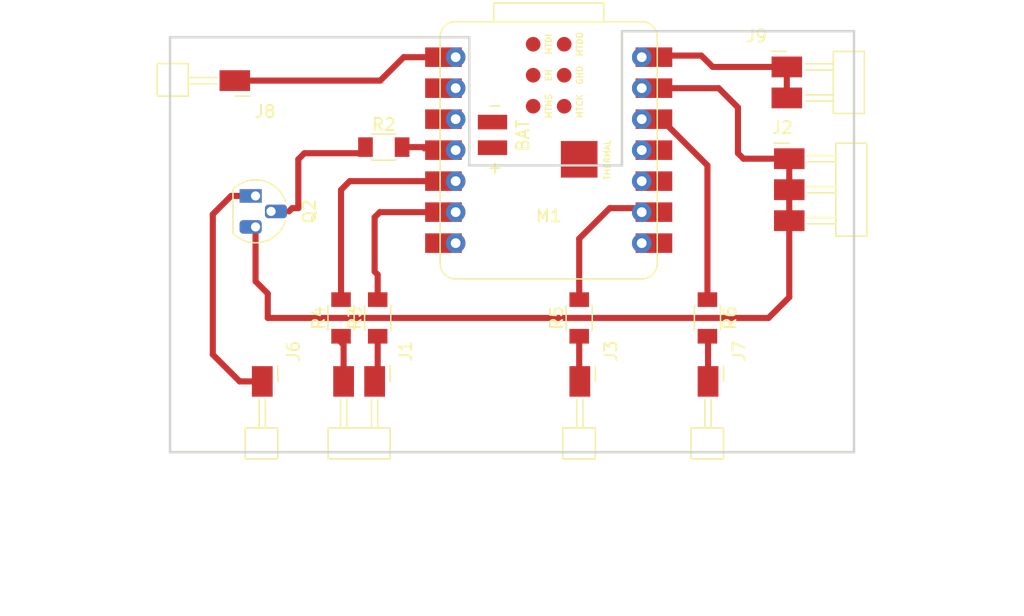
<source format=kicad_pcb>
(kicad_pcb (version 20241229) (generator "pcbnew") (generator_version "9.0")
  (layers (0 "F.Cu" signal) (2 "B.Cu" signal) (13 "F.Paste" user) (15 "B.Paste" user) (5 "F.SilkS" user "F.Silkscreen") (7 "B.SilkS" user "B.Silkscreen") (1 "F.Mask" user) (3 "B.Mask" user) (25 "Edge.Cuts" user))
  (net 0 "")
  (net 1 "Net-(J1-Pin_1)")
  (net 2 "Net-(J3-Pin_1)")
  (net 3 "Net-(J1-Pin_2)")
  (net 5 "Net-(J7-Pin_1)")
  (net 8 "PWR_GND")
  (net 15 "Net-(J6-Pin_1)")
  (net 16 "Net-(J8-Pin_1)")
  (net 18 "Net-(M1-D3)")
  (net 21 "Net-(Q2-B)")
  (net 22 "Net-(J9-Pin_1)")
  (net 26 "Net-(M1-3V3)")
  (net 27 "Net-(M1-D8)")
  (net 28 "Net-(M1-D4)")
  (net 29 "Net-(M1-D5)")
  (footprint "fab:PinHeader_01x01_P2.54mm_Horizontal_SMD" (layer "F.Cu") (at 147.55 78.7 -90)
    (property "Reference" "J7" (at -1.524 -2.54 90) (layer "F.SilkS") (effects (justify left)))
    (property "Value" "PinHeader_01x01_P2.54mm_Horizontal_SMD")
    (fp_line (start 3.81 1.397) (end 3.81 -1.27) (stroke (width 0.12)) (layer "F.SilkS"))
    (fp_line (start 6.35 1.397) (end 3.81 1.397) (stroke (width 0.12)) (layer "F.SilkS"))
    (fp_line (start 3.81 0.254) (end 1.5 0.254) (stroke (width 0.12)) (layer "F.SilkS"))
    (fp_line (start 3.81 -0.254) (end 1.5 -0.254) (stroke (width 0.12)) (layer "F.SilkS"))
    (fp_line (start -1.27 -1.27) (end 0 -1.27) (stroke (width 0.12)) (layer "F.SilkS"))
    (fp_line (start 3.81 -1.27) (end 6.35 -1.27) (stroke (width 0.12)) (layer "F.SilkS"))
    (fp_line (start 6.35 -1.27) (end 6.35 1.397) (stroke (width 0.12)) (layer "F.SilkS"))
    (pad "1" smd rect (at 0 0 270) (size 2.5 1.7) (layers "F.Cu" "F.Mask" "F.Paste") (net 5 "Net-(J7-Pin_1)"))
  )
  (footprint "fab:PinHeader_01x01_P2.54mm_Horizontal_SMD" (layer "F.Cu") (at 111.05 78.7 -90)
    (property "Reference" "J6" (at -1.524 -2.54 90) (layer "F.SilkS") (effects (justify left)))
    (property "Value" "PinHeader_01x01_P2.54mm_Horizontal_SMD")
    (fp_line (start 3.81 1.397) (end 3.81 -1.27) (stroke (width 0.12)) (layer "F.SilkS"))
    (fp_line (start 6.35 1.397) (end 3.81 1.397) (stroke (width 0.12)) (layer "F.SilkS"))
    (fp_line (start 3.81 0.254) (end 1.5 0.254) (stroke (width 0.12)) (layer "F.SilkS"))
    (fp_line (start 3.81 -0.254) (end 1.5 -0.254) (stroke (width 0.12)) (layer "F.SilkS"))
    (fp_line (start -1.27 -1.27) (end 0 -1.27) (stroke (width 0.12)) (layer "F.SilkS"))
    (fp_line (start 3.81 -1.27) (end 6.35 -1.27) (stroke (width 0.12)) (layer "F.SilkS"))
    (fp_line (start 6.35 -1.27) (end 6.35 1.397) (stroke (width 0.12)) (layer "F.SilkS"))
    (pad "1" smd rect (at 0 0 270) (size 2.5 1.7) (layers "F.Cu" "F.Mask" "F.Paste") (net 15 "Net-(J6-Pin_1)"))
  )
  (footprint "fab:PinHeader_01x01_P2.54mm_Horizontal_SMD" (layer "F.Cu") (at 137.05 78.7 -90)
    (property "Reference" "J3" (at -1.524 -2.54 90) (layer "F.SilkS") (effects (justify left)))
    (property "Value" "PinHeader_01x01_P2.54mm_Horizontal_SMD")
    (fp_line (start 3.81 1.397) (end 3.81 -1.27) (stroke (width 0.12)) (layer "F.SilkS"))
    (fp_line (start 6.35 1.397) (end 3.81 1.397) (stroke (width 0.12)) (layer "F.SilkS"))
    (fp_line (start 3.81 0.254) (end 1.5 0.254) (stroke (width 0.12)) (layer "F.SilkS"))
    (fp_line (start 3.81 -0.254) (end 1.5 -0.254) (stroke (width 0.12)) (layer "F.SilkS"))
    (fp_line (start -1.27 -1.27) (end 0 -1.27) (stroke (width 0.12)) (layer "F.SilkS"))
    (fp_line (start 3.81 -1.27) (end 6.35 -1.27) (stroke (width 0.12)) (layer "F.SilkS"))
    (fp_line (start 6.35 -1.27) (end 6.35 1.397) (stroke (width 0.12)) (layer "F.SilkS"))
    (pad "1" smd rect (at 0 0 270) (size 2.5 1.7) (layers "F.Cu" "F.Mask" "F.Paste") (net 2 "Net-(J3-Pin_1)"))
  )
  (footprint "fab:PinHeader_01x01_P2.54mm_Horizontal_SMD" (layer "F.Cu") (at 108.8 54.05 180)
    (property "Reference" "J8" (at -1.524 -2.54 0) (layer "F.SilkS") (effects (justify left)))
    (property "Value" "PinHeader_01x01_P2.54mm_Horizontal_SMD")
    (fp_line (start 6.35 1.397) (end 3.81 1.397) (stroke (width 0.12)) (layer "F.SilkS"))
    (fp_line (start 6.35 -1.27) (end 6.35 1.397) (stroke (width 0.12)) (layer "F.SilkS"))
    (fp_line (start 3.81 1.397) (end 3.81 -1.27) (stroke (width 0.12)) (layer "F.SilkS"))
    (fp_line (start 3.81 0.254) (end 1.5 0.254) (stroke (width 0.12)) (layer "F.SilkS"))
    (fp_line (start 3.81 -0.254) (end 1.5 -0.254) (stroke (width 0.12)) (layer "F.SilkS"))
    (fp_line (start 3.81 -1.27) (end 6.35 -1.27) (stroke (width 0.12)) (layer "F.SilkS"))
    (fp_line (start -1.27 -1.27) (end 0 -1.27) (stroke (width 0.12)) (layer "F.SilkS"))
    (pad "1" smd rect (at 0 0 180) (size 2.5 1.7) (layers "F.Cu" "F.Mask" "F.Paste") (net 16 "Net-(J8-Pin_1)"))
  )
  (footprint "fab:R_1206" (layer "F.Cu") (at 147.5 73.5 -90)
    (property "Reference" "R6" (at 0 -1.85 90) (layer "F.SilkS"))
    (property "Value" "0")
    (fp_line (start 1 1.07) (end -1 1.07) (stroke (width 0.12)) (layer "F.SilkS"))
    (fp_line (start -1 -1.07) (end 1 -1.07) (stroke (width 0.12)) (layer "F.SilkS"))
    (pad "1" smd rect (at -1.5 0 270) (size 1.2 1.6) (layers "F.Cu" "F.Mask" "F.Paste") (net 26 "Net-(M1-3V3)"))
    (pad "2" smd rect (at 1.5 0 270) (size 1.2 1.6) (layers "F.Cu" "F.Mask" "F.Paste") (net 5 "Net-(J7-Pin_1)"))
  )
  (footprint "fab:PinHeader_01x03_P2.54mm_Horizontal_SMD" (layer "F.Cu") (at 154.2 60.45)
    (property "Reference" "J2" (at -1.524 -2.54 180) (layer "F.SilkS") (effects (justify left)))
    (property "Value" "PinHeader_01x03_P2.54mm_Horizontal_SMD")
    (fp_line (start -1.27 -1.27) (end 0 -1.27) (stroke (width 0.12)) (layer "F.SilkS"))
    (fp_line (start 3.81 -1.27) (end 6.35 -1.27) (stroke (width 0.12)) (layer "F.SilkS"))
    (fp_line (start 3.81 -0.254) (end 1.5 -0.254) (stroke (width 0.12)) (layer "F.SilkS"))
    (fp_line (start 3.81 0.254) (end 1.5 0.254) (stroke (width 0.12)) (layer "F.SilkS"))
    (fp_line (start 3.81 2.286) (end 1.5 2.286) (stroke (width 0.12)) (layer "F.SilkS"))
    (fp_line (start 3.81 2.794) (end 1.5 2.794) (stroke (width 0.12)) (layer "F.SilkS"))
    (fp_line (start 3.81 4.826) (end 1.5 4.826) (stroke (width 0.12)) (layer "F.SilkS"))
    (fp_line (start 3.81 5.334) (end 1.5 5.334) (stroke (width 0.12)) (layer "F.SilkS"))
    (fp_line (start 3.81 6.35) (end 3.81 -1.27) (stroke (width 0.12)) (layer "F.SilkS"))
    (fp_line (start 6.35 -1.27) (end 6.35 6.35) (stroke (width 0.12)) (layer "F.SilkS"))
    (fp_line (start 6.35 6.35) (end 3.81 6.35) (stroke (width 0.12)) (layer "F.SilkS"))
    (pad "1" smd rect (at 0 0) (size 2.5 1.7) (layers "F.Cu" "F.Mask" "F.Paste") (net 8 "PWR_GND"))
    (pad "2" smd rect (at 0 2.54) (size 2.5 1.7) (layers "F.Cu" "F.Mask" "F.Paste") (net 8 "PWR_GND"))
    (pad "3" smd rect (at 0 5.08) (size 2.5 1.7) (layers "F.Cu" "F.Mask" "F.Paste") (net 8 "PWR_GND"))
  )
  (footprint "fab:R_1206" (layer "F.Cu") (at 137 73.5 90)
    (property "Reference" "R5" (at 0 -1.85 90) (layer "F.SilkS"))
    (property "Value" "0")
    (fp_line (start -1 -1.07) (end 1 -1.07) (stroke (width 0.12)) (layer "F.SilkS"))
    (fp_line (start 1 1.07) (end -1 1.07) (stroke (width 0.12)) (layer "F.SilkS"))
    (pad "1" smd rect (at -1.5 0 90) (size 1.2 1.6) (layers "F.Cu" "F.Mask" "F.Paste") (net 2 "Net-(J3-Pin_1)"))
    (pad "2" smd rect (at 1.5 0 90) (size 1.2 1.6) (layers "F.Cu" "F.Mask" "F.Paste") (net 27 "Net-(M1-D8)"))
  )
  (footprint "Package_TO_SOT_THT:TO-92_HandSolder" (layer "F.Cu") (at 110.5 63.5 -90)
    (property "Reference" "Q2" (at 1.27 -4.4 270) (layer "F.SilkS"))
    (property "Value" "BC547")
    (fp_line (start -0.53 1.85) (end 3.07 1.85) (stroke (width 0.12)) (layer "F.SilkS"))
    (fp_arc (start -0.541875 1.841741) (mid -1.247231 -0.581764) (end 0.45 -2.45) (stroke (width 0.12)) (layer "F.SilkS"))
    (fp_arc (start 2.05 -2.45) (mid 3.769931 -0.601036) (end 3.078445 1.827684) (stroke (width 0.12)) (layer "F.SilkS"))
    (pad "1" thru_hole rect (at 0 0 270) (size 1.1 1.8) (drill 0.75 (offset 0 0.4)) (layers "*.Cu" "*.Mask") (net 15 "Net-(J6-Pin_1)"))
    (pad "2" thru_hole roundrect (at 1.27 -1.27 270) (size 1.1 1.8) (drill 0.75 (offset 0 -0.4)) (layers "*.Cu" "*.Mask") (net 21 "Net-(Q2-B)"))
    (pad "3" thru_hole roundrect (at 2.54 0 270) (size 1.1 1.8) (drill 0.75 (offset 0 0.4)) (layers "*.Cu" "*.Mask") (net 8 "PWR_GND"))
  )
  (footprint "fab:PinHeader_01x02_P2.54mm_Horizontal_SMD" (layer "F.Cu") (at 120.25 78.7 -90)
    (property "Reference" "J1" (at -1.524 -2.54 90) (layer "F.SilkS") (effects (justify left)))
    (property "Value" "PinHeader_01x02_P2.54mm_Horizontal_SMD")
    (fp_line (start 3.81 3.81) (end 3.81 -1.27) (stroke (width 0.12)) (layer "F.SilkS"))
    (fp_line (start 6.35 3.81) (end 3.81 3.81) (stroke (width 0.12)) (layer "F.SilkS"))
    (fp_line (start 3.81 2.794) (end 1.5 2.794) (stroke (width 0.12)) (layer "F.SilkS"))
    (fp_line (start 3.81 2.286) (end 1.5 2.286) (stroke (width 0.12)) (layer "F.SilkS"))
    (fp_line (start 3.81 0.254) (end 1.5 0.254) (stroke (width 0.12)) (layer "F.SilkS"))
    (fp_line (start 3.81 -0.254) (end 1.5 -0.254) (stroke (width 0.12)) (layer "F.SilkS"))
    (fp_line (start -1.27 -1.27) (end 0 -1.27) (stroke (width 0.12)) (layer "F.SilkS"))
    (fp_line (start 3.81 -1.27) (end 6.35 -1.27) (stroke (width 0.12)) (layer "F.SilkS"))
    (fp_line (start 6.35 -1.27) (end 6.35 3.81) (stroke (width 0.12)) (layer "F.SilkS"))
    (pad "1" smd rect (at 0 0 270) (size 2.5 1.7) (layers "F.Cu" "F.Mask" "F.Paste") (net 1 "Net-(J1-Pin_1)"))
    (pad "2" smd rect (at 0 2.54 270) (size 2.5 1.7) (layers "F.Cu" "F.Mask" "F.Paste") (net 3 "Net-(J1-Pin_2)"))
  )
  (footprint "fab:R_1206" (layer "F.Cu") (at 120.5 73.5 90)
    (property "Reference" "R3" (at 0 -1.85 90) (layer "F.SilkS"))
    (property "Value" "0")
    (fp_line (start -1 -1.07) (end 1 -1.07) (stroke (width 0.12)) (layer "F.SilkS"))
    (fp_line (start 1 1.07) (end -1 1.07) (stroke (width 0.12)) (layer "F.SilkS"))
    (pad "1" smd rect (at -1.5 0 90) (size 1.2 1.6) (layers "F.Cu" "F.Mask" "F.Paste") (net 1 "Net-(J1-Pin_1)"))
    (pad "2" smd rect (at 1.5 0 90) (size 1.2 1.6) (layers "F.Cu" "F.Mask" "F.Paste") (net 29 "Net-(M1-D5)"))
  )
  (footprint "fab:R_1206" (layer "F.Cu") (at 117.5 73.5 90)
    (property "Reference" "R4" (at 0 -1.85 90) (layer "F.SilkS"))
    (property "Value" "0")
    (fp_line (start -1 -1.07) (end 1 -1.07) (stroke (width 0.12)) (layer "F.SilkS"))
    (fp_line (start 1 1.07) (end -1 1.07) (stroke (width 0.12)) (layer "F.SilkS"))
    (pad "1" smd rect (at -1.5 0 90) (size 1.2 1.6) (layers "F.Cu" "F.Mask" "F.Paste") (net 3 "Net-(J1-Pin_2)"))
    (pad "2" smd rect (at 1.5 0 90) (size 1.2 1.6) (layers "F.Cu" "F.Mask" "F.Paste") (net 28 "Net-(M1-D4)"))
  )
  (footprint "fab:R_1206" (layer "F.Cu") (at 121 59.5)
    (property "Reference" "R2" (at 0 -1.85 0) (layer "F.SilkS"))
    (property "Value" "R_1206" (hide yes))
    (fp_line (start -1 -1.07) (end 1 -1.07) (stroke (width 0.12)) (layer "F.SilkS"))
    (fp_line (start 1 1.07) (end -1 1.07) (stroke (width 0.12)) (layer "F.SilkS"))
    (pad "1" smd rect (at -1.5 0) (size 1.2 1.6) (layers "F.Cu" "F.Mask" "F.Paste") (net 21 "Net-(Q2-B)"))
    (pad "2" smd rect (at 1.5 0) (size 1.2 1.6) (layers "F.Cu" "F.Mask" "F.Paste") (net 18 "Net-(M1-D3)"))
  )
  (footprint "fab:SeeedStudio_XIAO_ESP32C3" (layer "F.Cu") (at 134.5 59.75)
    (property "Reference" "M1" (at 0 5.39 0) (layer "F.SilkS"))
    (property "Value" "Module_XIAO-ESP32C3")
    (fp_line (start -8.8875 9.281) (end -8.8875 -9.261) (stroke (width 0.12)) (layer "F.SilkS"))
    (fp_line (start -7.6175 -10.531) (end 7.6225 -10.531) (stroke (width 0.12)) (layer "F.SilkS"))
    (fp_line (start 7.6225 10.551) (end -7.6175 10.551) (stroke (width 0.12)) (layer "F.SilkS"))
    (fp_line (start 8.8925 -9.261) (end 8.8925 9.281) (stroke (width 0.12)) (layer "F.SilkS"))
    (fp_rect (start -4.4975 -10.531) (end 4.5025 -12.055) (stroke (width 0.12)) (fill no) (layer "F.SilkS"))
    (fp_arc (start -8.8875 -9.261) (mid -8.515526 -10.159026) (end -7.6175 -10.531) (stroke (width 0.12)) (layer "F.SilkS"))
    (fp_arc (start -7.6175 10.551) (mid -8.515526 10.179026) (end -8.8875 9.281) (stroke (width 0.12)) (layer "F.SilkS"))
    (fp_arc (start 7.6225 -10.531) (mid 8.520526 -10.159026) (end 8.8925 -9.261) (stroke (width 0.12)) (layer "F.SilkS"))
    (fp_arc (start 8.8925 9.281) (mid 8.520526 10.179026) (end 7.6225 10.551) (stroke (width 0.12)) (layer "F.SilkS"))
    (fp_text user "MTDO" (at 2.54 -8.68 90) (layer "F.SilkS") (effects (font (size 0.5 0.5) (thickness 0.1) (bold yes))))
    (fp_text user "+" (at -4.4 1.4 0) (layer "F.SilkS"))
    (fp_text user "GND" (at 2.54 -6.14 90) (layer "F.SilkS") (effects (font (size 0.5 0.5) (thickness 0.1) (bold yes))))
    (fp_text user "MTMS" (at 0 -3.6 90) (layer "F.SilkS") (effects (font (size 0.5 0.5) (thickness 0.1) (bold yes))))
    (fp_text user "MTDI" (at 0 -8.68 90) (layer "F.SilkS") (effects (font (size 0.5 0.5) (thickness 0.1) (bold yes))))
    (fp_text user "-" (at -4.4 -3.7 0) (layer "F.SilkS"))
    (fp_text user "EN" (at 0 -6.14 90) (layer "F.SilkS") (effects (font (size 0.5 0.5) (thickness 0.1) (bold yes))))
    (fp_text user "BAT" (at -2.7 -1.2 90) (layer "F.SilkS") (effects (justify top)))
    (fp_text user "MTCK" (at 2.54 -3.6 90) (layer "F.SilkS") (effects (font (size 0.5 0.5) (thickness 0.1) (bold yes))))
    (fp_text user "THERMAL" (at 4.8 0.8 90) (layer "F.SilkS") (effects (font (size 0.5 0.5) (thickness 0.1) (bold yes))))
    (pad "1" thru_hole circle (at -7.615 -7.62) (size 1.6 1.6) (drill 0.8) (layers "*.Cu" "*.Mask") (net 16 "Net-(J8-Pin_1)"))
    (pad "1" smd rect (at -7.615 -7.62) (size 3 1.6) (drill (offset -1 0)) (layers "F.Cu" "F.Mask" "F.Paste") (net 16 "Net-(J8-Pin_1)"))
    (pad "2" thru_hole circle (at -7.615 -5.08) (size 1.6 1.6) (drill 0.8) (layers "*.Cu" "*.Mask"))
    (pad "2" smd rect (at -7.615 -5.08) (size 3 1.6) (drill (offset -1 0)) (layers "F.Cu" "F.Mask" "F.Paste"))
    (pad "3" thru_hole circle (at -7.615 -2.54) (size 1.6 1.6) (drill 0.8) (layers "*.Cu" "*.Mask"))
    (pad "3" smd rect (at -7.615 -2.54) (size 3 1.6) (drill (offset -1 0)) (layers "F.Cu" "F.Mask" "F.Paste"))
    (pad "4" thru_hole circle (at -7.615 0) (size 1.6 1.6) (drill 0.8) (layers "*.Cu" "*.Mask") (net 18 "Net-(M1-D3)"))
    (pad "4" smd rect (at -7.615 0) (size 3 1.6) (drill (offset -1 0)) (layers "F.Cu" "F.Mask" "F.Paste") (net 18 "Net-(M1-D3)"))
    (pad "5" thru_hole circle (at -7.615 2.54) (size 1.6 1.6) (drill 0.8) (layers "*.Cu" "*.Mask") (net 28 "Net-(M1-D4)"))
    (pad "5" smd rect (at -7.615 2.54) (size 3 1.6) (drill (offset -1 0)) (layers "F.Cu" "F.Mask" "F.Paste") (net 28 "Net-(M1-D4)"))
    (pad "6" thru_hole circle (at -7.615 5.08) (size 1.6 1.6) (drill 0.8) (layers "*.Cu" "*.Mask") (net 29 "Net-(M1-D5)"))
    (pad "6" smd rect (at -7.615 5.08) (size 3 1.6) (drill (offset -1 0)) (layers "F.Cu" "F.Mask" "F.Paste") (net 29 "Net-(M1-D5)"))
    (pad "7" thru_hole circle (at -7.615 7.62) (size 1.6 1.6) (drill 0.8) (layers "*.Cu" "*.Mask"))
    (pad "7" smd rect (at -7.615 7.62) (size 3 1.6) (drill (offset -1 0)) (layers "F.Cu" "F.Mask" "F.Paste"))
    (pad "8" thru_hole circle (at 7.62 7.62) (size 1.6 1.6) (drill 0.8) (layers "*.Cu" "*.Mask"))
    (pad "8" smd rect (at 7.62 7.62) (size 3 1.6) (drill (offset 1 0)) (layers "F.Cu" "F.Mask" "F.Paste"))
    (pad "9" thru_hole circle (at 7.62 5.08) (size 1.6 1.6) (drill 0.8) (layers "*.Cu" "*.Mask") (net 27 "Net-(M1-D8)"))
    (pad "9" smd rect (at 7.62 5.08) (size 3 1.6) (drill (offset 1 0)) (layers "F.Cu" "F.Mask" "F.Paste") (net 27 "Net-(M1-D8)"))
    (pad "10" thru_hole circle (at 7.62 2.54) (size 1.6 1.6) (drill 0.8) (layers "*.Cu" "*.Mask"))
    (pad "10" smd rect (at 7.62 2.54) (size 3 1.6) (drill (offset 1 0)) (layers "F.Cu" "F.Mask" "F.Paste"))
    (pad "11" thru_hole circle (at 7.62 0) (size 1.6 1.6) (drill 0.8) (layers "*.Cu" "*.Mask"))
    (pad "11" smd rect (at 7.62 0) (size 3 1.6) (drill (offset 1 0)) (layers "F.Cu" "F.Mask" "F.Paste"))
    (pad "12" thru_hole circle (at 7.62 -2.54) (size 1.6 1.6) (drill 0.8) (layers "*.Cu" "*.Mask") (net 26 "Net-(M1-3V3)"))
    (pad "12" smd rect (at 7.62 -2.54) (size 3 1.6) (drill (offset 1 0)) (layers "F.Cu" "F.Mask" "F.Paste") (net 26 "Net-(M1-3V3)"))
    (pad "13" thru_hole circle (at 7.62 -5.08) (size 1.6 1.6) (drill 0.8) (layers "*.Cu" "*.Mask") (net 8 "PWR_GND"))
    (pad "13" smd rect (at 7.62 -5.08) (size 3 1.6) (drill (offset 1 0)) (layers "F.Cu" "F.Mask" "F.Paste") (net 8 "PWR_GND"))
    (pad "14" thru_hole circle (at 7.62 -7.62) (size 1.6 1.6) (drill 0.8) (layers "*.Cu" "*.Mask") (net 22 "Net-(J9-Pin_1)"))
    (pad "14" smd rect (at 7.62 -7.62) (size 3 1.6) (drill (offset 1 0)) (layers "F.Cu" "F.Mask" "F.Paste") (net 22 "Net-(J9-Pin_1)"))
    (pad "15" smd rect (at -4.6 -2.3) (size 2.4 1.2) (layers "F.Cu" "F.Mask" "F.Paste"))
    (pad "16" smd rect (at -4.6 -0.2) (size 2.4 1.2) (layers "F.Cu" "F.Mask" "F.Paste"))
    (pad "17" smd circle (at -1.27 -8.68) (size 1.2 1.2) (layers "F.Cu" "F.Mask" "F.Paste"))
    (pad "18" smd circle (at -1.27 -6.14) (size 1.2 1.2) (layers "F.Cu" "F.Mask" "F.Paste"))
    (pad "19" smd circle (at -1.27 -3.6) (size 1.2 1.2) (layers "F.Cu" "F.Mask" "F.Paste"))
    (pad "20" smd circle (at 1.27 -3.6) (size 1.2 1.2) (layers "F.Cu" "F.Mask" "F.Paste"))
    (pad "21" smd circle (at 1.27 -6.14) (size 1.2 1.2) (layers "F.Cu" "F.Mask" "F.Paste"))
    (pad "22" smd circle (at 1.27 -8.68) (size 1.2 1.2) (layers "F.Cu" "F.Mask" "F.Paste"))
    (pad "23" smd rect (at 2.5 0.75) (size 3 3) (layers "F.Cu" "F.Mask" "F.Paste"))
  )
  (footprint "fab:PinHeader_01x02_P2.54mm_Horizontal_SMD" (layer "F.Cu") (at 154 52.93)
    (property "Reference" "J9" (at -1.524 -2.54 0) (layer "F.SilkS") (effects (justify right)))
    (property "Value" "PinHeader_01x02_P2.54mm_Horizontal_SMD")
    (fp_line (start -1.27 -1.27) (end 0 -1.27) (stroke (width 0.12)) (layer "F.SilkS"))
    (fp_line (start 3.81 -1.27) (end 6.35 -1.27) (stroke (width 0.12)) (layer "F.SilkS"))
    (fp_line (start 3.81 -0.254) (end 1.5 -0.254) (stroke (width 0.12)) (layer "F.SilkS"))
    (fp_line (start 3.81 0.254) (end 1.5 0.254) (stroke (width 0.12)) (layer "F.SilkS"))
    (fp_line (start 3.81 2.286) (end 1.5 2.286) (stroke (width 0.12)) (layer "F.SilkS"))
    (fp_line (start 3.81 2.794) (end 1.5 2.794) (stroke (width 0.12)) (layer "F.SilkS"))
    (fp_line (start 3.81 3.81) (end 3.81 -1.27) (stroke (width 0.12)) (layer "F.SilkS"))
    (fp_line (start 6.35 -1.27) (end 6.35 3.81) (stroke (width 0.12)) (layer "F.SilkS"))
    (fp_line (start 6.35 3.81) (end 3.81 3.81) (stroke (width 0.12)) (layer "F.SilkS"))
    (pad "1" smd rect (at 0 0) (size 2.5 1.7) (layers "F.Cu" "F.Mask" "F.Paste") (net 22 "Net-(J9-Pin_1)"))
    (pad "2" smd rect (at 0 2.54) (size 2.5 1.7) (layers "F.Cu" "F.Mask" "F.Paste") (net 22 "Net-(J9-Pin_1)"))
  )
  (gr_line (start 103.5 84.5) (end 159.5 84.5) (stroke (width 0.2)) (layer "Edge.Cuts"))
  (gr_line (start 128.5 61) (end 128 61) (stroke (width 0.2)) (layer "Edge.Cuts"))
  (gr_line (start 140.5 50) (end 140.5 61) (stroke (width 0.2)) (layer "Edge.Cuts"))
  (gr_line (start 103.5 50.5) (end 103.5 84.5) (stroke (width 0.2)) (layer "Edge.Cuts"))
  (gr_line (start 159.5 84.5) (end 159.5 50) (stroke (width 0.2)) (layer "Edge.Cuts"))
  (gr_line (start 159.5 50) (end 140.5 50) (stroke (width 0.2)) (layer "Edge.Cuts"))
  (gr_line (start 128 61) (end 128 50.5) (stroke (width 0.2)) (layer "Edge.Cuts"))
  (gr_line (start 140.5 61) (end 128.5 61) (stroke (width 0.2)) (layer "Edge.Cuts"))
  (gr_line (start 128 50.5) (end 103.5 50.5) (stroke (width 0.2)) (layer "Edge.Cuts"))
  (segment (start 120.5 78.45) (end 120.25 78.7) (width 0.2) (layer "F.Cu") (net 1))
  (segment (start 120.5 75) (end 120.5 78.45) (width 0.5) (layer "F.Cu") (net 1))
  (segment (start 137 75) (end 137 78.65) (width 0.5) (layer "F.Cu") (net 2))
  (segment (start 137 78.65) (end 137.05 78.7) (width 0.2) (layer "F.Cu") (net 2))
  (segment (start 117.5 75) (end 117.5 75.5) (width 0.2) (layer "F.Cu") (net 3))
  (segment (start 117.5 75.5) (end 117.71 75.71) (width 0.5) (layer "F.Cu") (net 3))
  (segment (start 117.71 75.71) (end 117.71 78.7) (width 0.5) (layer "F.Cu") (net 3))
  (segment (start 147.5 75.5) (end 147.55 75.55) (width 0.2) (layer "F.Cu") (net 5))
  (segment (start 147.55 75.55) (end 147.55 78.7) (width 0.5) (layer "F.Cu") (net 5))
  (segment (start 147.5 75) (end 147.5 75.5) (width 0.2) (layer "F.Cu") (net 5))
  (segment (start 154.2 60.45) (end 154.2 65.53) (width 0.5) (layer "F.Cu") (net 8))
  (segment (start 152.5 73.5) (end 111.5 73.5) (width 0.5) (layer "F.Cu") (net 8))
  (segment (start 150 60) (end 150.45 60.45) (width 0.5) (layer "F.Cu") (net 8))
  (segment (start 148.42 54.67) (end 150 56.25) (width 0.5) (layer "F.Cu") (net 8))
  (segment (start 148.42 54.67) (end 142.12 54.67) (width 0.5) (layer "F.Cu") (net 8))
  (segment (start 150.45 60.45) (end 154.2 60.45) (width 0.5) (layer "F.Cu") (net 8))
  (segment (start 154.2 65.53) (end 154.2 71.8) (width 0.5) (layer "F.Cu") (net 8))
  (segment (start 111.5 73.5) (end 111.5 71.5) (width 0.5) (layer "F.Cu") (net 8))
  (segment (start 154.2 71.8) (end 152.5 73.5) (width 0.5) (layer "F.Cu") (net 8))
  (segment (start 110.5 70.5) (end 110.5 66.04) (width 0.5) (layer "F.Cu") (net 8))
  (segment (start 111.5 71.5) (end 110.5 70.5) (width 0.5) (layer "F.Cu") (net 8))
  (segment (start 150 56.25) (end 150 60) (width 0.5) (layer "F.Cu") (net 8))
  (segment (start 107 65) (end 108.5 63.5) (width 0.5) (layer "F.Cu") (net 15))
  (segment (start 109.2 78.7) (end 107 76.5) (width 0.5) (layer "F.Cu") (net 15))
  (segment (start 108.5 63.5) (end 110.5 63.5) (width 0.5) (layer "F.Cu") (net 15))
  (segment (start 111.05 78.7) (end 109.2 78.7) (width 0.5) (layer "F.Cu") (net 15))
  (segment (start 107 76.5) (end 107 65) (width 0.5) (layer "F.Cu") (net 15))
  (segment (start 120.71 54.05) (end 108.8 54.05) (width 0.5) (layer "F.Cu") (net 16))
  (segment (start 126.885 52.13) (end 122.63 52.13) (width 0.5) (layer "F.Cu") (net 16))
  (segment (start 122.63 52.13) (end 120.71 54.05) (width 0.5) (layer "F.Cu") (net 16))
  (segment (start 126.635 59.5) (end 122.5 59.5) (width 0.5) (layer "F.Cu") (net 18))
  (segment (start 126.885 59.75) (end 126.665 59.97) (width 0.5) (layer "F.Cu") (net 18))
  (segment (start 126.885 59.75) (end 124.25 59.75) (width 0.2) (layer "F.Cu") (net 18))
  (segment (start 126.605 59.47) (end 126.885 59.75) (width 0.2) (layer "F.Cu") (net 18))
  (segment (start 126.885 59.75) (end 126.635 59.5) (width 0.2) (layer "F.Cu") (net 18))
  (segment (start 114 64.5) (end 113.5 64.5) (width 0.5) (layer "F.Cu") (net 21))
  (segment (start 114 60.5) (end 114.5 60) (width 0.5) (layer "F.Cu") (net 21))
  (segment (start 119.5 59.5) (end 119 60) (width 0.2) (layer "F.Cu") (net 21))
  (segment (start 119 60) (end 114.5 60) (width 0.5) (layer "F.Cu") (net 21))
  (segment (start 113.5 64.5) (end 113.23 64.77) (width 0.5) (layer "F.Cu") (net 21))
  (segment (start 114 60.5) (end 114 64.5) (width 0.5) (layer "F.Cu") (net 21))
  (segment (start 154 55.47) (end 154 52.93) (width 0.5) (layer "F.Cu") (net 22))
  (segment (start 142.25 52) (end 142.12 52.13) (width 0.2) (layer "F.Cu") (net 22))
  (segment (start 147.93 52.93) (end 147 52) (width 0.5) (layer "F.Cu") (net 22))
  (segment (start 142.12 52.13) (end 144.37 52.13) (width 0.2) (layer "F.Cu") (net 22))
  (segment (start 147 52) (end 142.25 52) (width 0.5) (layer "F.Cu") (net 22))
  (segment (start 154 52.93) (end 147.93 52.93) (width 0.5) (layer "F.Cu") (net 22))
  (segment (start 147.5 61) (end 147.5 72) (width 0.5) (layer "F.Cu") (net 26))
  (segment (start 142.12 57.21) (end 143.71 57.21) (width 0.5) (layer "F.Cu") (net 26))
  (segment (start 143.71 57.21) (end 147.5 61) (width 0.5) (layer "F.Cu") (net 26))
  (segment (start 137 67) (end 139.5 64.5) (width 0.5) (layer "F.Cu") (net 27))
  (segment (start 139.5 64.5) (end 141.79 64.5) (width 0.5) (layer "F.Cu") (net 27))
  (segment (start 137 72) (end 137 67) (width 0.5) (layer "F.Cu") (net 27))
  (segment (start 141.79 64.5) (end 142.12 64.83) (width 0.2) (layer "F.Cu") (net 27))
  (segment (start 126.885 62.29) (end 126.665 62.51) (width 0.5) (layer "F.Cu") (net 28))
  (segment (start 117.5 63) (end 117.5 72) (width 0.5) (layer "F.Cu") (net 28))
  (segment (start 118.21 62.29) (end 117.5 63) (width 0.5) (layer "F.Cu") (net 28))
  (segment (start 126.605 62.01) (end 126.885 62.29) (width 0.2) (layer "F.Cu") (net 28))
  (segment (start 126.885 62.29) (end 118.21 62.29) (width 0.5) (layer "F.Cu") (net 28))
  (segment (start 120.25 69.7) (end 120.5 69.95) (width 0.5) (layer "F.Cu") (net 29))
  (segment (start 126.885 64.83) (end 126.665 65.05) (width 0.5) (layer "F.Cu") (net 29))
  (segment (start 120.67 64.83) (end 120.25 65.25) (width 0.5) (layer "F.Cu") (net 29))
  (segment (start 126.885 64.83) (end 120.67 64.83) (width 0.5) (layer "F.Cu") (net 29))
  (segment (start 126.885 64.83) (end 126.555 64.5) (width 0.2) (layer "F.Cu") (net 29))
  (segment (start 120.25 65.25) (end 120.25 69.7) (width 0.5) (layer "F.Cu") (net 29))
  (segment (start 120.5 69.95) (end 120.5 72) (width 0.5) (layer "F.Cu") (net 29))
)
</source>
